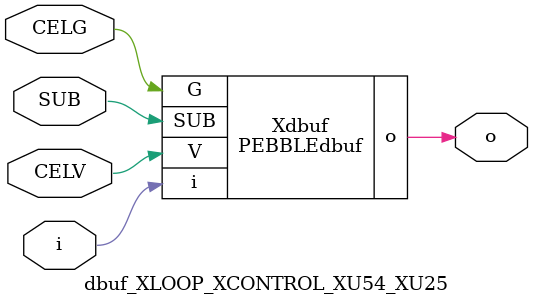
<source format=v>



module PEBBLEdbuf ( o, G, SUB, V, i );

  input V;
  input i;
  input G;
  output o;
  input SUB;
endmodule

//Celera Confidential Do Not Copy dbuf_XLOOP_XCONTROL_XU54_XU25
//Celera Confidential Symbol Generator
//Digital Buffer
module dbuf_XLOOP_XCONTROL_XU54_XU25 (CELV,CELG,i,o,SUB);
input CELV;
input CELG;
input i;
input SUB;
output o;

//Celera Confidential Do Not Copy dbuf
PEBBLEdbuf Xdbuf(
.V (CELV),
.i (i),
.o (o),
.SUB (SUB),
.G (CELG)
);
//,diesize,PEBBLEdbuf

//Celera Confidential Do Not Copy Module End
//Celera Schematic Generator
endmodule

</source>
